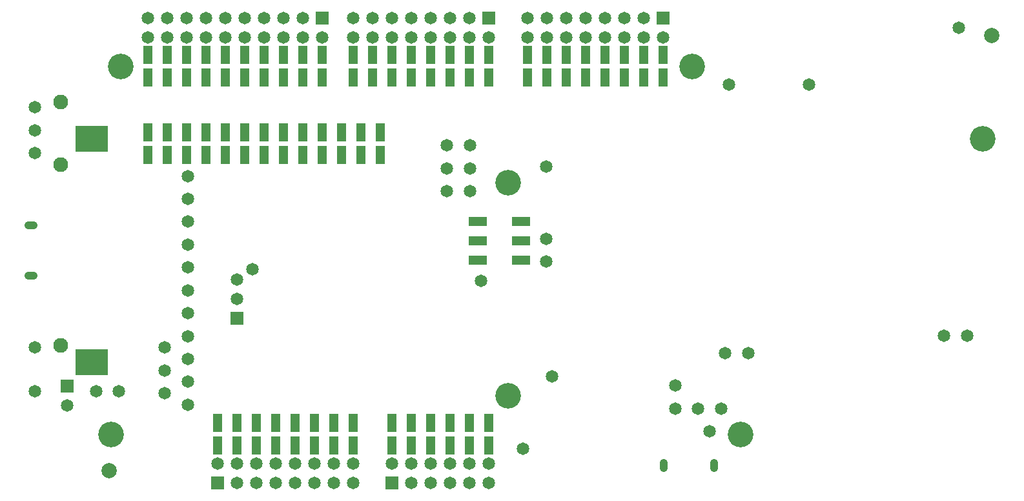
<source format=gbs>
G04*
G04 #@! TF.GenerationSoftware,Altium Limited,Altium Designer,19.0.15 (446)*
G04*
G04 Layer_Color=16711935*
%FSLAX24Y24*%
%MOIN*%
G70*
G01*
G75*
%ADD148R,0.0462X0.0922*%
%ADD193C,0.0787*%
%ADD194C,0.0761*%
%ADD195O,0.0414X0.0690*%
%ADD196O,0.0690X0.0414*%
%ADD197C,0.0651*%
%ADD198R,0.0651X0.0651*%
%ADD199C,0.1320*%
%ADD200R,0.0651X0.0651*%
%ADD243R,0.1714X0.1320*%
%ADD244R,0.0934X0.0462*%
D148*
X18400Y4923D02*
D03*
Y6077D02*
D03*
X17400Y4923D02*
D03*
Y6077D02*
D03*
X13400Y4923D02*
D03*
Y6077D02*
D03*
X14400Y4923D02*
D03*
Y6077D02*
D03*
X8400Y4923D02*
D03*
Y6077D02*
D03*
X9400D02*
D03*
Y4923D02*
D03*
X10400Y6077D02*
D03*
Y4923D02*
D03*
X12400Y6077D02*
D03*
Y4923D02*
D03*
X11400Y6077D02*
D03*
Y4923D02*
D03*
X7400D02*
D03*
Y6077D02*
D03*
X16400D02*
D03*
Y4923D02*
D03*
X15400Y6077D02*
D03*
Y4923D02*
D03*
X19400Y6077D02*
D03*
Y4923D02*
D03*
X10400Y10077D02*
D03*
Y8923D02*
D03*
X9400Y10077D02*
D03*
Y8923D02*
D03*
X15400Y10077D02*
D03*
Y8923D02*
D03*
X14400D02*
D03*
Y10077D02*
D03*
X13400Y8923D02*
D03*
Y10077D02*
D03*
X11400Y8923D02*
D03*
Y10077D02*
D03*
X12400Y8923D02*
D03*
Y10077D02*
D03*
X16400D02*
D03*
Y8923D02*
D03*
X7400D02*
D03*
Y10077D02*
D03*
X8400Y8923D02*
D03*
Y10077D02*
D03*
X34000Y8923D02*
D03*
Y10077D02*
D03*
X30000D02*
D03*
Y8923D02*
D03*
X29000Y10077D02*
D03*
Y8923D02*
D03*
X31000Y10077D02*
D03*
Y8923D02*
D03*
X32000Y10077D02*
D03*
Y8923D02*
D03*
X33000D02*
D03*
Y10077D02*
D03*
X27000Y8923D02*
D03*
Y10077D02*
D03*
X28000Y8923D02*
D03*
Y10077D02*
D03*
X25000Y8923D02*
D03*
Y10077D02*
D03*
X21000D02*
D03*
Y8923D02*
D03*
X20000Y10077D02*
D03*
Y8923D02*
D03*
X22000Y10077D02*
D03*
Y8923D02*
D03*
X23000Y10077D02*
D03*
Y8923D02*
D03*
X24000D02*
D03*
Y10077D02*
D03*
X18000Y8923D02*
D03*
Y10077D02*
D03*
X19000Y8923D02*
D03*
Y10077D02*
D03*
X11000Y-8923D02*
D03*
Y-10077D02*
D03*
X15000D02*
D03*
Y-8923D02*
D03*
X16000Y-10077D02*
D03*
Y-8923D02*
D03*
X14000Y-10077D02*
D03*
Y-8923D02*
D03*
X13000Y-10077D02*
D03*
Y-8923D02*
D03*
X12000D02*
D03*
Y-10077D02*
D03*
X18000Y-8923D02*
D03*
Y-10077D02*
D03*
X17000Y-8923D02*
D03*
Y-10077D02*
D03*
X21000D02*
D03*
Y-8923D02*
D03*
X22000D02*
D03*
Y-10077D02*
D03*
X23000Y-8923D02*
D03*
Y-10077D02*
D03*
X25000Y-8923D02*
D03*
Y-10077D02*
D03*
X24000Y-8923D02*
D03*
Y-10077D02*
D03*
X20000D02*
D03*
Y-8923D02*
D03*
D193*
X50973Y11100D02*
D03*
X5411Y-11380D02*
D03*
D194*
X2880Y7657D02*
D03*
Y4429D02*
D03*
Y-4910D02*
D03*
D195*
X34027Y-11100D02*
D03*
X36626D02*
D03*
D196*
X1365Y1299D02*
D03*
Y-1299D02*
D03*
D197*
X36389Y-9350D02*
D03*
X8268Y-5020D02*
D03*
X8268Y-7382D02*
D03*
Y-6201D02*
D03*
X9449Y-6791D02*
D03*
Y-7972D02*
D03*
X37402Y8563D02*
D03*
X1575Y6201D02*
D03*
Y5020D02*
D03*
Y-5020D02*
D03*
Y7382D02*
D03*
Y-7283D02*
D03*
X9449Y1476D02*
D03*
Y295D02*
D03*
X9449Y-5610D02*
D03*
Y-886D02*
D03*
Y2657D02*
D03*
Y-2067D02*
D03*
Y3839D02*
D03*
Y-3248D02*
D03*
Y-4429D02*
D03*
X27953Y591D02*
D03*
Y-591D02*
D03*
X38386Y-5315D02*
D03*
X37205D02*
D03*
X34617Y-8169D02*
D03*
Y-6988D02*
D03*
X49684Y-4421D02*
D03*
X48503D02*
D03*
X27953Y4331D02*
D03*
X41535Y8563D02*
D03*
X12795Y-984D02*
D03*
X24016Y3051D02*
D03*
X24016Y4232D02*
D03*
Y5413D02*
D03*
X22835Y5413D02*
D03*
Y4232D02*
D03*
Y3051D02*
D03*
X28250Y-6500D02*
D03*
X4724Y-7283D02*
D03*
X5906D02*
D03*
X24606Y-1575D02*
D03*
X35798Y-8169D02*
D03*
X36979D02*
D03*
X26750Y-10250D02*
D03*
X49250Y11500D02*
D03*
X3220Y-8010D02*
D03*
X12000Y-2500D02*
D03*
Y-1500D02*
D03*
X7400Y12000D02*
D03*
Y11000D02*
D03*
X8400D02*
D03*
Y12000D02*
D03*
X10400D02*
D03*
Y11000D02*
D03*
X11400D02*
D03*
Y12000D02*
D03*
X13400Y11000D02*
D03*
Y12000D02*
D03*
X16400Y11000D02*
D03*
X15400Y12000D02*
D03*
Y11000D02*
D03*
X14400Y12000D02*
D03*
Y11000D02*
D03*
X12400Y12000D02*
D03*
Y11000D02*
D03*
X9400D02*
D03*
Y12000D02*
D03*
X27000D02*
D03*
Y11000D02*
D03*
X30000D02*
D03*
Y12000D02*
D03*
X32000Y11000D02*
D03*
Y12000D02*
D03*
X33000Y11000D02*
D03*
Y12000D02*
D03*
X34000Y11000D02*
D03*
X31000Y12000D02*
D03*
Y11000D02*
D03*
X29000Y12000D02*
D03*
Y11000D02*
D03*
X28000D02*
D03*
Y12000D02*
D03*
X18000D02*
D03*
Y11000D02*
D03*
X21000D02*
D03*
Y12000D02*
D03*
X23000Y11000D02*
D03*
Y12000D02*
D03*
X24000Y11000D02*
D03*
Y12000D02*
D03*
X25000Y11000D02*
D03*
X22000Y12000D02*
D03*
Y11000D02*
D03*
X20000Y12000D02*
D03*
Y11000D02*
D03*
X19000D02*
D03*
Y12000D02*
D03*
X18000Y-12000D02*
D03*
Y-11000D02*
D03*
X15000D02*
D03*
Y-12000D02*
D03*
X13000Y-11000D02*
D03*
Y-12000D02*
D03*
X12000Y-11000D02*
D03*
Y-12000D02*
D03*
X11000Y-11000D02*
D03*
X14000Y-12000D02*
D03*
Y-11000D02*
D03*
X16000Y-12000D02*
D03*
Y-11000D02*
D03*
X17000D02*
D03*
Y-12000D02*
D03*
X25000Y-11000D02*
D03*
Y-12000D02*
D03*
X23000Y-11000D02*
D03*
Y-12000D02*
D03*
X20000Y-11000D02*
D03*
X21000Y-12000D02*
D03*
Y-11000D02*
D03*
X22000Y-12000D02*
D03*
Y-11000D02*
D03*
X24000Y-12000D02*
D03*
Y-11000D02*
D03*
D198*
X3220Y-7010D02*
D03*
X12000Y-3500D02*
D03*
D199*
X50500Y5750D02*
D03*
X26000Y-7500D02*
D03*
Y3500D02*
D03*
X5500Y-9500D02*
D03*
X6000Y9500D02*
D03*
X38000Y-9500D02*
D03*
X35500Y9500D02*
D03*
D200*
X16400Y12000D02*
D03*
X34000D02*
D03*
X25000D02*
D03*
X11000Y-12000D02*
D03*
X20000D02*
D03*
D243*
X4500Y-5774D02*
D03*
Y5762D02*
D03*
D244*
X24438Y-500D02*
D03*
X26662D02*
D03*
X24438Y500D02*
D03*
Y1500D02*
D03*
X26662Y500D02*
D03*
Y1500D02*
D03*
M02*

</source>
